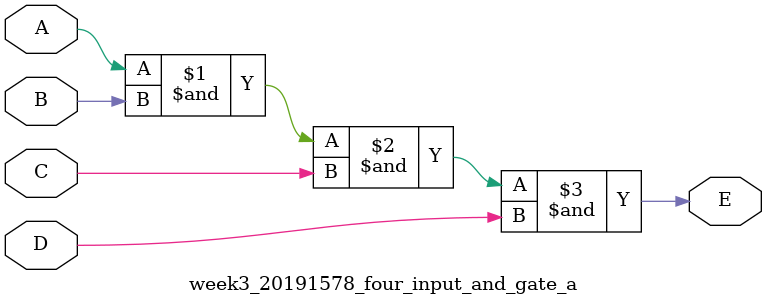
<source format=v>
`timescale 1ns / 1ps


module week3_20191578_four_input_and_gate_a(
    input A,
    input B,
    input C,
    input D,
    output E
    );
    
    assign E = A & B & C & D;
    
endmodule

</source>
